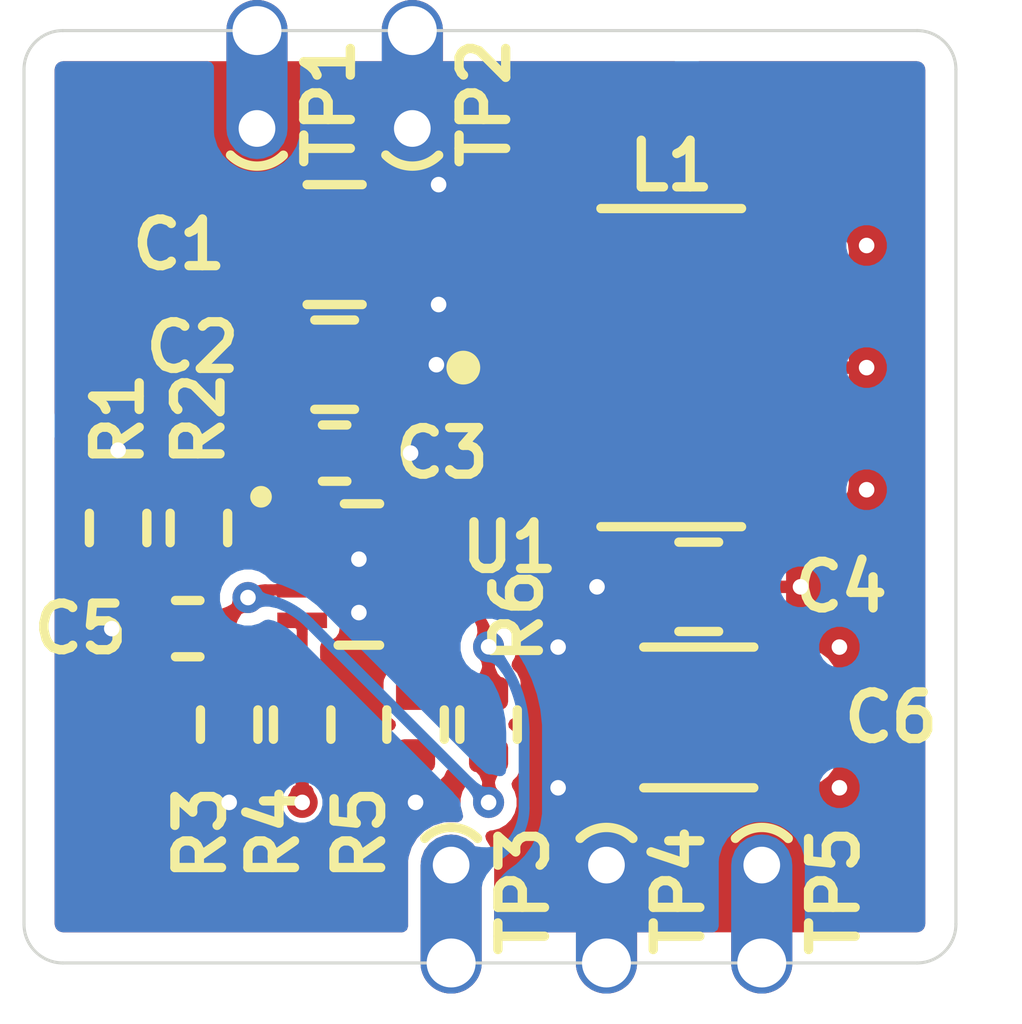
<source format=kicad_pcb>
(kicad_pcb (version 20241229) (generator "pcbnew") (generator_version "9.0")
  (layers (0 "F.Cu" signal) (4 "In1.Cu" power) (6 "In2.Cu" power) (2 "B.Cu" signal) (13 "F.Paste" user) (15 "B.Paste" user) (5 "F.SilkS" user "F.Silkscreen") (7 "B.SilkS" user "B.Silkscreen") (1 "F.Mask" user) (3 "B.Mask" user) (25 "Edge.Cuts" user))
  (net 0 "")
  (net 1 "/LX")
  (net 2 "GND")
  (net 3 "Net-(U1-RT{slash}SYNC)")
  (net 4 "/FB")
  (net 5 "/VOUT")
  (net 6 "/VCC")
  (net 7 "/~{RESET}")
  (net 8 "/VIN")
  (net 9 "/EN")
  (footprint "resistor_footprints:R_0402_1005Metric" (layer "F.Cu") (at 149.40534 104.05364 90)
    (property "Reference" "R6" (at 0.93 0.47 90) (layer "F.SilkS") (effects (font (size 0.762 0.762) (thickness 0.1524)) (justify left)))
    (property "Value" "1 kΩ")
    (fp_line (start 0.24 -0.47) (end -0.24 -0.47) (stroke (width 0.1524)) (layer "F.SilkS"))
    (fp_line (start 0.24 0.47) (end -0.24 0.47) (stroke (width 0.1524)) (layer "F.SilkS"))
    (pad "1" smd roundrect (at -0.51 0 90) (size 0.54 0.64) (layers "F.Cu" "F.Mask" "F.Paste") (net 6 "/VCC"))
    (pad "2" smd roundrect (at 0.51 0 90) (size 0.54 0.64) (layers "F.Cu" "F.Mask" "F.Paste") (net 7 "/~{RESET}"))
  )
  (footprint "capacitor_footprints:C_0603_1608Metric" (layer "F.Cu") (at 146.88814 98.171)
    (property "Reference" "C2" (at -1.48 -0.73 0) (layer "F.SilkS") (effects (font (size 0.762 0.762) (thickness 0.1524)) (justify right top)))
    (property "Value" "100 nF")
    (fp_line (start 0.325 -0.73) (end -0.325 -0.73) (stroke (width 0.1524)) (layer "F.SilkS"))
    (fp_line (start 0.325 0.73) (end -0.325 0.73) (stroke (width 0.1524)) (layer "F.SilkS"))
    (pad "1" smd roundrect (at -0.775 0) (size 0.9 0.95) (layers "F.Cu" "F.Mask" "F.Paste") (net 8 "/VIN"))
    (pad "2" smd roundrect (at 0.775 0) (size 0.9 0.95) (layers "F.Cu" "F.Mask" "F.Paste") (net 2 "GND"))
  )
  (footprint "resistor_footprints:R_0402_1005Metric" (layer "F.Cu") (at 146.35734 104.05364 90)
    (property "Reference" "R4" (at -0.93 -0.47 90) (layer "F.SilkS") (effects (font (size 0.762 0.762) (thickness 0.1524)) (justify right)))
    (property "Value" "499 kΩ")
    (fp_line (start 0.24 -0.47) (end -0.24 -0.47) (stroke (width 0.1524)) (layer "F.SilkS"))
    (fp_line (start 0.24 0.47) (end -0.24 0.47) (stroke (width 0.1524)) (layer "F.SilkS"))
    (pad "1" smd roundrect (at -0.51 0 90) (size 0.54 0.64) (layers "F.Cu" "F.Mask" "F.Paste") (net 5 "/VOUT"))
    (pad "2" smd roundrect (at 0.51 0 90) (size 0.54 0.64) (layers "F.Cu" "F.Mask" "F.Paste") (net 4 "/FB"))
  )
  (footprint "test_point_footprints:TestPoint_THTPad_Castelated" (layer "F.Cu") (at 145.6182 92.71 -90)
    (property "Reference" "TP1" (at 1.1811 -0.7366 90) (layer "F.SilkS") (effects (font (size 0.762 0.762) (thickness 0.1524)) (justify top)))
    (property "Value" "TestPoint" (hide yes))
    (fp_arc (start 2.036734 -0.431051) (mid 2.215279 0.001265) (end 2.034942 0.432836) (stroke (width 0.1524)) (layer "F.SilkS"))
    (pad "1" thru_hole circle (at 0 0 270) (size 1 1) (drill 0.8) (property pad_prop_castellated) (layers "*.Cu" "*.Mask") (net 8 "/VIN"))
    (pad "1" thru_hole roundrect (at 1.6 0 270) (size 2.6 1) (drill 0.6 (offset -0.8 0)) (layers "*.Cu" "*.Mask") (roundrect_rratio 0.5) (net 8 "/VIN"))
  )
  (footprint "inductor_footprints:74404054" (layer "F.Cu") (at 152.3927 98.218999)
    (property "Reference" "L1" (at 0 -2.854 0) (layer "F.SilkS") (effects (font (size 0.762 0.762) (thickness 0.1524)) (justify bottom)))
    (property "Value" "100.0 µH")
    (fp_line (start 1.15 -2.6) (end -1.15 -2.6) (stroke (width 0.1524)) (layer "F.SilkS"))
    (fp_line (start 1.15 2.6) (end -1.15 2.6) (stroke (width 0.1524)) (layer "F.SilkS"))
    (fp_circle (center -3.4 0) (end -3.6 0) (stroke (width 0.1524)) (fill yes) (layer "F.SilkS"))
    (pad "1" smd roundrect (at -1.925 0) (size 1.55 4.5) (layers "F.Cu" "F.Mask" "F.Paste") (net 1 "/LX"))
    (pad "2" smd roundrect (at 1.925 0) (size 1.55 4.5) (layers "F.Cu" "F.Mask" "F.Paste") (net 5 "/VOUT"))
  )
  (footprint "capacitor_footprints:C_0805_2012Metric" (layer "F.Cu") (at 146.8882 96.20758)
    (property "Reference" "C1" (at -1.7 0 0) (layer "F.SilkS") (effects (font (size 0.762 0.762) (thickness 0.1524)) (justify right)))
    (property "Value" "1 µF")
    (fp_line (start 0.45 -0.98) (end -0.45 -0.98) (stroke (width 0.1524)) (layer "F.SilkS"))
    (fp_line (start 0.45 0.98) (end -0.45 0.98) (stroke (width 0.1524)) (layer "F.SilkS"))
    (pad "1" smd roundrect (at -0.95 0) (size 1 1.45) (layers "F.Cu" "F.Mask" "F.Paste") (net 8 "/VIN"))
    (pad "2" smd roundrect (at 0.95 0) (size 1 1.45) (layers "F.Cu" "F.Mask" "F.Paste") (net 2 "GND"))
  )
  (footprint "resistor_footprints:R_0402_1005Metric" (layer "F.Cu") (at 145.16354 104.05364 -90)
    (property "Reference" "R3" (at 0.93 0.47 90) (layer "F.SilkS") (effects (font (size 0.762 0.762) (thickness 0.1524)) (justify right)))
    (property "Value" "40.2 kΩ")
    (fp_line (start 0.24 0.47) (end -0.24 0.47) (stroke (width 0.1524)) (layer "F.SilkS"))
    (fp_line (start 0.24 -0.47) (end -0.24 -0.47) (stroke (width 0.1524)) (layer "F.SilkS"))
    (pad "1" smd roundrect (at -0.51 0 270) (size 0.54 0.64) (layers "F.Cu" "F.Mask" "F.Paste") (net 4 "/FB"))
    (pad "2" smd roundrect (at 0.51 0 270) (size 0.54 0.64) (layers "F.Cu" "F.Mask" "F.Paste") (net 2 "GND"))
  )
  (footprint "capacitor_footprints:C_0603_1608Metric" (layer "F.Cu") (at 152.8427 101.80192 180)
    (property "Reference" "C4" (at -1.48 0 0) (layer "F.SilkS") (effects (font (size 0.762 0.762) (thickness 0.1524)) (justify left)))
    (property "Value" "100 nF")
    (fp_line (start 0.325 0.73) (end -0.325 0.73) (stroke (width 0.1524)) (layer "F.SilkS"))
    (fp_line (start 0.325 -0.73) (end -0.325 -0.73) (stroke (width 0.1524)) (layer "F.SilkS"))
    (pad "1" smd roundrect (at -0.775 0 180) (size 0.9 0.95) (layers "F.Cu" "F.Mask" "F.Paste") (net 5 "/VOUT"))
    (pad "2" smd roundrect (at 0.775 0 180) (size 0.9 0.95) (layers "F.Cu" "F.Mask" "F.Paste") (net 2 "GND"))
  )
  (footprint "test_point_footprints:TestPoint_THTPad_Castelated" (layer "F.Cu") (at 148.7932 107.95 90)
    (property "Reference" "TP3" (at 1.1811 0.7366 90) (layer "F.SilkS") (effects (font (size 0.762 0.762) (thickness 0.1524)) (justify top)))
    (property "Value" "TestPoint" (hide yes))
    (fp_arc (start 2.036734 -0.431051) (mid 2.215279 0.001265) (end 2.034942 0.432836) (stroke (width 0.1524)) (layer "F.SilkS"))
    (pad "1" thru_hole circle (at 0 0 90) (size 1 1) (drill 0.8) (property pad_prop_castellated) (layers "*.Cu" "*.Mask") (net 7 "/~{RESET}"))
    (pad "1" thru_hole roundrect (at 1.6 0 90) (size 2.6 1) (drill 0.6 (offset -0.8 0)) (layers "*.Cu" "*.Mask") (roundrect_rratio 0.5) (net 7 "/~{RESET}"))
  )
  (footprint "capacitor_footprints:C_1206_3216Metric" (layer "F.Cu") (at 152.8427 103.9368 180)
    (property "Reference" "C6" (at -2.3 0 0) (layer "F.SilkS") (effects (font (size 0.762 0.762) (thickness 0.1524)) (justify left)))
    (property "Value" "10 µF")
    (fp_line (start 0.9 1.15) (end -0.9 1.15) (stroke (width 0.1524)) (layer "F.SilkS"))
    (fp_line (start 0.9 -1.15) (end -0.9 -1.15) (stroke (width 0.1524)) (layer "F.SilkS"))
    (pad "1" smd roundrect (at -1.475 0 180) (size 1.15 1.8) (layers "F.Cu" "F.Mask" "F.Paste") (net 5 "/VOUT"))
    (pad "2" smd roundrect (at 1.475 0 180) (size 1.15 1.8) (layers "F.Cu" "F.Mask" "F.Paste") (net 2 "GND"))
  )
  (footprint "analog_devices_footprints:21-100514_T822C&plus_6C_ADI" (layer "F.Cu") (at 147.28444 101.6)
    (property "Reference" "U1" (at 1.6002 -0.889 0) (layer "F.SilkS") (effects (font (size 0.762 0.762) (thickness 0.1524) (bold yes)) (justify left top)))
    (property "Value" "MAX17570FATA+")
    (fp_line (start -0.338923 1.1557) (end 0.338923 1.1557) (stroke (width 0.1524)) (layer "F.SilkS"))
    (fp_line (start 0.338923 -1.1557) (end -0.237323 -1.1557) (stroke (width 0.1524)) (layer "F.SilkS"))
    (fp_circle (center -1.6002 -1.27) (end -1.4732 -1.27) (stroke (width 0.1)) (fill yes) (layer "F.SilkS"))
    (pad "1" smd rect (at -0.8763 -0.750001) (size 0.9144 0.254) (layers "F.Cu" "F.Mask" "F.Paste") (net 8 "/VIN"))
    (pad "2" smd rect (at -0.9271 -0.25) (size 0.8128 0.254) (layers "F.Cu" "F.Mask" "F.Paste") (net 9 "/EN"))
    (pad "3" smd rect (at -0.9271 0.25) (size 0.8128 0.254) (layers "F.Cu" "F.Mask" "F.Paste") (net 6 "/VCC"))
    (pad "4" smd rect (at -0.9271 0.750001) (size 0.8128 0.254) (layers "F.Cu" "F.Mask" "F.Paste") (net 4 "/FB"))
    (pad "5" smd rect (at 0.9271 0.750001) (size 0.8128 0.254) (layers "F.Cu" "F.Mask" "F.Paste") (net 3 "Net-(U1-RT{slash}SYNC)"))
    (pad "6" smd rect (at 0.9271 0.25) (size 0.8128 0.254) (layers "F.Cu" "F.Mask" "F.Paste") (net 7 "/~{RESET}"))
    (pad "7" smd rect (at 0.9271 -0.25) (size 0.8128 0.254) (layers "F.Cu" "F.Mask" "F.Paste") (net 2 "GND"))
    (pad "8" smd rect (at 0.9271 -0.750001) (size 0.8128 0.254) (layers "F.Cu" "F.Mask" "F.Paste") (net 1 "/LX"))
  )
  (footprint "resistor_footprints:R_0402_1005Metric" (layer "F.Cu") (at 144.66882 100.84 -90)
    (property "Reference" "R2" (at -0.93 0 90) (layer "F.SilkS") (effects (font (size 0.762 0.762) (thickness 0.1524)) (justify left)))
    (property "Value" "3.32 MΩ")
    (fp_line (start 0.24 0.47) (end -0.24 0.47) (stroke (width 0.1524)) (layer "F.SilkS"))
    (fp_line (start 0.24 -0.47) (end -0.24 -0.47) (stroke (width 0.1524)) (layer "F.SilkS"))
    (pad "1" smd roundrect (at -0.51 0 270) (size 0.54 0.64) (layers "F.Cu" "F.Mask" "F.Paste") (net 8 "/VIN"))
    (pad "2" smd roundrect (at 0.51 0 270) (size 0.54 0.64) (layers "F.Cu" "F.Mask" "F.Paste") (net 9 "/EN"))
  )
  (footprint "test_point_footprints:TestPoint_THTPad_Castelated" (layer "F.Cu") (at 153.8732 107.95 90)
    (property "Reference" "TP5" (at 1.1811 0.7366 90) (layer "F.SilkS") (effects (font (size 0.762 0.762) (thickness 0.1524)) (justify top)))
    (property "Value" "TestPoint" (hide yes))
    (fp_arc (start 2.036734 -0.431051) (mid 2.215279 0.001265) (end 2.034942 0.432836) (stroke (width 0.1524)) (layer "F.SilkS"))
    (pad "1" thru_hole circle (at 0 0 90) (size 1 1) (drill 0.8) (property pad_prop_castellated) (layers "*.Cu" "*.Mask") (net 5 "/VOUT"))
    (pad "1" thru_hole roundrect (at 1.6 0 90) (size 2.6 1) (drill 0.6 (offset -0.8 0)) (layers "*.Cu" "*.Mask") (roundrect_rratio 0.5) (net 5 "/VOUT"))
  )
  (footprint "capacitor_footprints:C_0402_1005Metric" (layer "F.Cu") (at 144.48536 102.485 180)
    (property "Reference" "C5" (at 0.91 0 0) (layer "F.SilkS") (effects (font (size 0.762 0.762) (thickness 0.1524)) (justify right)))
    (property "Value" "1 µF")
    (fp_line (start 0.2 0.46) (end -0.2 0.46) (stroke (width 0.1524)) (layer "F.SilkS"))
    (fp_line (start 0.2 -0.46) (end -0.2 -0.46) (stroke (width 0.1524)) (layer "F.SilkS"))
    (pad "1" smd roundrect (at -0.48 0 180) (size 0.56 0.62) (layers "F.Cu" "F.Mask" "F.Paste") (net 6 "/VCC"))
    (pad "2" smd roundrect (at 0.48 0 180) (size 0.56 0.62) (layers "F.Cu" "F.Mask" "F.Paste") (net 2 "GND"))
  )
  (footprint "test_point_footprints:TestPoint_THTPad_Castelated" (layer "F.Cu") (at 148.1582 92.71 -90)
    (property "Reference" "TP2" (at 1.1811 -0.7366 90) (layer "F.SilkS") (effects (font (size 0.762 0.762) (thickness 0.1524)) (justify top)))
    (property "Value" "TestPoint" (hide yes))
    (fp_arc (start 2.036734 -0.431051) (mid 2.215279 0.001265) (end 2.034942 0.432836) (stroke (width 0.1524)) (layer "F.SilkS"))
    (pad "1" thru_hole circle (at 0 0 270) (size 1 1) (drill 0.8) (property pad_prop_castellated) (layers "*.Cu" "*.Mask") (net 2 "GND"))
    (pad "1" thru_hole roundrect (at 1.6 0 270) (size 2.6 1) (drill 0.6 (offset -0.8 0)) (layers "*.Cu" "*.Mask") (roundrect_rratio 0.5) (net 2 "GND"))
  )
  (footprint "capacitor_footprints:C_0402_1005Metric" (layer "F.Cu") (at 146.88814 99.61626)
    (property "Reference" "C3" (at 0.91 0 0) (layer "F.SilkS") (effects (font (size 0.762 0.762) (thickness 0.1524)) (justify left)))
    (property "Value" "220 pF")
    (fp_line (start 0.2 -0.46) (end -0.2 -0.46) (stroke (width 0.1524)) (layer "F.SilkS"))
    (fp_line (start 0.2 0.46) (end -0.2 0.46) (stroke (width 0.1524)) (layer "F.SilkS"))
    (pad "1" smd roundrect (at -0.48 0) (size 0.56 0.62) (layers "F.Cu" "F.Mask" "F.Paste") (net 8 "/VIN"))
    (pad "2" smd roundrect (at 0.48 0) (size 0.56 0.62) (layers "F.Cu" "F.Mask" "F.Paste") (net 2 "GND"))
  )
  (footprint "test_point_footprints:TestPoint_THTPad_Castelated" (layer "F.Cu") (at 151.3332 107.95 90)
    (property "Reference" "TP4" (at 1.1811 0.7366 90) (layer "F.SilkS") (effects (font (size 0.762 0.762) (thickness 0.1524)) (justify top)))
    (property "Value" "TestPoint" (hide yes))
    (fp_arc (start 2.036734 -0.431051) (mid 2.215279 0.001265) (end 2.034942 0.432836) (stroke (width 0.1524)) (layer "F.SilkS"))
    (pad "1" thru_hole circle (at 0 0 90) (size 1 1) (drill 0.8) (property pad_prop_castellated) (layers "*.Cu" "*.Mask") (net 2 "GND"))
    (pad "1" thru_hole roundrect (at 1.6 0 90) (size 2.6 1) (drill 0.6 (offset -0.8 0)) (layers "*.Cu" "*.Mask") (roundrect_rratio 0.5) (net 2 "GND"))
  )
  (footprint "resistor_footprints:R_0402_1005Metric" (layer "F.Cu") (at 148.21154 104.05364 -90)
    (property "Reference" "R5" (at 0.93 0.47 90) (layer "F.SilkS") (effects (font (size 0.762 0.762) (thickness 0.1524)) (justify right bottom)))
    (property "Value" "9.76 kΩ")
    (fp_line (start 0.24 0.47) (end -0.24 0.47) (stroke (width 0.1524)) (layer "F.SilkS"))
    (fp_line (start 0.24 -0.47) (end -0.24 -0.47) (stroke (width 0.1524)) (layer "F.SilkS"))
    (pad "1" smd roundrect (at -0.51 0 270) (size 0.54 0.64) (layers "F.Cu" "F.Mask" "F.Paste") (net 3 "Net-(U1-RT{slash}SYNC)"))
    (pad "2" smd roundrect (at 0.51 0 270) (size 0.54 0.64) (layers "F.Cu" "F.Mask" "F.Paste") (net 2 "GND"))
  )
  (footprint "resistor_footprints:R_0402_1005Metric" (layer "F.Cu") (at 143.34744 100.84 90)
    (property "Reference" "R1" (at 0.93 0 90) (layer "F.SilkS") (effects (font (size 0.762 0.762) (thickness 0.1524)) (justify left)))
    (property "Value" "294 kΩ")
    (fp_line (start 0.24 -0.47) (end -0.24 -0.47) (stroke (width 0.1524)) (layer "F.SilkS"))
    (fp_line (start 0.24 0.47) (end -0.24 0.47) (stroke (width 0.1524)) (layer "F.SilkS"))
    (pad "1" smd roundrect (at -0.51 0 90) (size 0.54 0.64) (layers "F.Cu" "F.Mask" "F.Paste") (net 9 "/EN"))
    (pad "2" smd roundrect (at 0.51 0 90) (size 0.54 0.64) (layers "F.Cu" "F.Mask" "F.Paste") (net 2 "GND"))
  )
  (gr_line (start 157.0482 93.345) (end 157.0482 107.315) (stroke (width 0.05)) (layer "Edge.Cuts"))
  (gr_line (start 141.8082 107.315) (end 141.8082 93.345) (stroke (width 0.05)) (layer "Edge.Cuts"))
  (gr_line (start 142.4432 92.71) (end 156.4132 92.71) (stroke (width 0.05)) (layer "Edge.Cuts"))
  (gr_arc (start 157.0482 107.315) (mid 156.862213 107.764013) (end 156.4132 107.95) (stroke (width 0.05)) (layer "Edge.Cuts"))
  (gr_arc (start 156.4132 92.71) (mid 156.862213 92.895987) (end 157.0482 93.345) (stroke (width 0.05)) (layer "Edge.Cuts"))
  (gr_arc (start 141.8082 93.345) (mid 141.994187 92.895987) (end 142.4432 92.71) (stroke (width 0.05)) (layer "Edge.Cuts"))
  (gr_line (start 156.4132 107.95) (end 142.4432 107.95) (stroke (width 0.05)) (layer "Edge.Cuts"))
  (gr_arc (start 142.4432 107.95) (mid 141.994187 107.764013) (end 141.8082 107.315) (stroke (width 0.05)) (layer "Edge.Cuts"))
  (via (at 151.1787 101.80192) (size 0.508) (drill 0.254) (layers "F.Cu" "B.Cu") (remove_unused_layers yes) (zone_layer_connections "F.Cu" "In2.Cu" "B.Cu") (net 2))
  (via (at 148.5882 97.18758) (size 0.508) (drill 0.254) (layers "F.Cu" "B.Cu") (remove_unused_layers yes) (zone_layer_connections "F.Cu" "In2.Cu" "B.Cu") (net 2))
  (via (at 148.5882 95.22758) (size 0.508) (drill 0.254) (layers "F.Cu" "B.Cu") (remove_unused_layers yes) (zone_layer_connections "F.Cu" "In2.Cu" "B.Cu") (net 2))
  (via (at 145.16354 105.32564) (size 0.508) (drill 0.254) (layers "F.Cu" "B.Cu") (remove_unused_layers yes) (zone_layer_connections "F.Cu" "In2.Cu" "B.Cu") (net 2))
  (via (at 148.13014 99.61626) (size 0.508) (drill 0.254) (layers "F.Cu" "B.Cu") (remove_unused_layers yes) (zone_layer_connections "F.Cu" "In2.Cu" "B.Cu") (net 2))
  (via (at 148.21154 105.32564) (size 0.508) (drill 0.254) (layers "F.Cu" "B.Cu") (remove_unused_layers yes) (zone_layer_connections "F.Cu" "In2.Cu" "B.Cu") (net 2))
  (via (at 148.55214 98.171) (size 0.508) (drill 0.254) (layers "F.Cu" "B.Cu") (remove_unused_layers yes) (zone_layer_connections "F.Cu" "In2.Cu" "B.Cu") (net 2))
  (via (at 143.34744 99.568) (size 0.508) (drill 0.254) (layers "F.Cu" "B.Cu") (remove_unused_layers yes) (zone_layer_connections "F.Cu" "In2.Cu" "B.Cu") (net 2))
  (via (at 150.5427 102.7868) (size 0.508) (drill 0.254) (layers "F.Cu" "B.Cu") (remove_unused_layers yes) (zone_layer_connections "F.Cu" "In2.Cu" "B.Cu") (net 2))
  (via (at 143.24336 102.485) (size 0.508) (drill 0.254) (layers "F.Cu" "B.Cu") (remove_unused_layers yes) (zone_layer_connections "F.Cu" "In2.Cu" "B.Cu") (net 2))
  (via (at 147.28444 101.35) (size 0.508) (drill 0.254) (layers "F.Cu" "B.Cu") (remove_unused_layers yes) (zone_layer_connections "F.Cu" "In2.Cu" "B.Cu") (net 2))
  (via (at 147.28444 102.223) (size 0.508) (drill 0.254) (layers "F.Cu" "B.Cu") (remove_unused_layers yes) (zone_layer_connections "F.Cu" "In2.Cu" "B.Cu") (net 2))
  (via (at 150.5427 105.0868) (size 0.508) (drill 0.254) (layers "F.Cu" "B.Cu") (remove_unused_layers yes) (zone_layer_connections "F.Cu" "In2.Cu" "B.Cu") (net 2))
  (segment (start 148.21154 103.54364) (end 148.21154 102.350001) (width 0.1778) (layer "F.Cu") (net 3))
  (segment (start 145.16354 103.54364) (end 146.35734 103.54364) (width 0.1778) (layer "F.Cu") (net 4))
  (segment (start 146.35734 103.54364) (end 146.35734 102.350001) (width 0.1778) (layer "F.Cu") (net 4))
  (segment (start 146.35734 104.56364) (end 146.35734 105.32564) (width 0.1778) (layer "F.Cu") (net 5))
  (via (at 146.35734 105.32564) (size 0.508) (drill 0.254) (layers "F.Cu" "B.Cu") (remove_unused_layers yes) (zone_layer_connections "F.Cu" "In1.Cu") (net 5))
  (via (at 155.5877 100.214998) (size 0.508) (drill 0.254) (layers "F.Cu" "B.Cu") (remove_unused_layers yes) (zone_layer_connections "F.Cu" "In1.Cu") (net 5))
  (via (at 155.1427 102.7868) (size 0.508) (drill 0.254) (layers "F.Cu" "B.Cu") (remove_unused_layers yes) (zone_layer_connections "F.Cu" "In1.Cu") (net 5))
  (via (at 155.5877 96.222999) (size 0.508) (drill 0.254) (layers "F.Cu" "B.Cu") (remove_unused_layers yes) (zone_layer_connections "F.Cu" "In1.Cu") (net 5))
  (via (at 154.5067 101.80192) (size 0.508) (drill 0.254) (layers "F.Cu" "B.Cu") (remove_unused_layers yes) (zone_layer_connections "F.Cu" "In1.Cu") (net 5))
  (via (at 155.1427 105.0868) (size 0.508) (drill 0.254) (layers "F.Cu" "B.Cu") (remove_unused_layers yes) (zone_layer_connections "F.Cu" "In1.Cu") (net 5))
  (via (at 155.5877 98.218999) (size 0.508) (drill 0.254) (layers "F.Cu" "B.Cu") (remove_unused_layers yes) (zone_layer_connections "F.Cu" "In1.Cu") (net 5))
  (segment (start 149.40534 104.56364) (end 149.40534 105.32564) (width 0.1778) (layer "F.Cu") (net 6))
  (segment (start 146.35734 101.85) (end 145.755568 101.85) (width 0.1778) (layer "F.Cu") (net 6))
  (segment (start 144.96536 102.485) (end 144.96536 102.48246) (width 0.1778) (layer "F.Cu") (net 6))
  (segment (start 145.486227 101.961593) (end 145.47082 101.977) (width 0.1778) (layer "F.Cu") (net 6))
  (segment (start 144.96536 102.48246) (end 145.47082 101.977) (width 0.1778) (layer "F.Cu") (net 6))
  (via (at 149.40534 105.32564) (size 0.508) (drill 0.254) (layers "F.Cu" "B.Cu") (remove_unused_layers yes) (zone_layer_connections "F.Cu" "B.Cu") (net 6))
  (via (at 145.47082 101.977) (size 0.508) (drill 0.254) (layers "F.Cu" "B.Cu") (remove_unused_layers yes) (zone_layer_connections "F.Cu" "B.Cu") (net 6))
  (arc (start 145.755568 101.85) (mid 145.609826 101.87899) (end 145.486227 101.961593) (width 0.1778) (layer "F.Cu") (net 6))
  (segment (start 149.40534 105.32564) (end 146.470955 102.391255) (width 0.1778) (layer "B.Cu") (net 6))
  (arc (start 146.470955 102.391255) (mid 146.012105 102.084662) (end 145.47082 101.977) (width 0.1778) (layer "B.Cu") (net 6))
  (segment (start 148.907333 101.961593) (end 149.17766 102.23192) (width 0.1778) (layer "F.Cu") (net 7))
  (segment (start 148.21154 101.85) (end 148.637925 101.85) (width 0.1778) (layer "F.Cu") (net 7))
  (segment (start 149.40534 103.54364) (end 149.40534 102.78164) (width 0.1778) (layer "F.Cu") (net 7))
  (via (at 149.40534 102.78164) (size 0.508) (drill 0.254) (layers "F.Cu" "B.Cu") (remove_unused_layers yes) (zone_layer_connections "F.Cu" "B.Cu") (net 7))
  (arc (start 148.907333 101.961593) (mid 148.783728 101.879002) (end 148.637925 101.85) (width 0.1778) (layer "F.Cu") (net 7))
  (arc (start 149.17766 102.23192) (mid 149.346168 102.48411) (end 149.40534 102.78164) (width 0.1778) (layer "F.Cu") (net 7))
  (segment (start 149.011235 106.35) (end 148.7932 106.35) (width 0.1778) (layer "B.Cu") (net 7))
  (segment (start 149.987 104.185776) (end 149.987 105.417266) (width 0.1778) (layer "B.Cu") (net 7))
  (arc (start 149.722698 106.055302) (mid 149.396276 106.27341) (end 149.011235 106.35) (width 0.1778) (layer "B.Cu") (net 7))
  (arc (start 149.987 104.185776) (mid 149.835852 103.425906) (end 149.40534 102.78164) (width 0.1778) (layer "B.Cu") (net 7))
  (arc (start 149.987 105.417266) (mid 149.918319 105.76255) (end 149.722698 106.055302) (width 0.1778) (layer "B.Cu") (net 7))
  (segment (start 143.34744 101.35) (end 144.66882 101.35) (width 0.1778) (layer "F.Cu") (net 9))
  (segment (start 146.35734 101.35) (end 144.66882 101.35) (width 0.1778) (layer "F.Cu") (net 9))
  (zone (net 5) (net_name "/VOUT") (layer "F.Cu") (priority 2) (connect_pads (clearance 0.2032)) (min_thickness 0.2032) (fill yes (thermal_gap 0.2032) (thermal_bridge_width 0.2032) (smoothing fillet) (radius 0.508))
    (polygon (pts (xy 152.7556 92.71) (xy 152.7556 107.95) (xy 157.0482 107.95) (xy 157.0482 92.71)))
  )
  (zone (net 8) (net_name "/VIN") (layer "F.Cu") (priority 3) (connect_pads (clearance 0.2032)) (min_thickness 0.2032) (fill yes (thermal_gap 0.2032) (thermal_bridge_width 0.2032) (smoothing fillet) (radius 0.508))
    (polygon (pts (xy 141.8082 92.71) (xy 141.8082 99.06) (xy 143.49984 99.06) (xy 144.26184 99.822) (xy 144.26184 100.9904) (xy 146.87804 100.9904) (xy 146.87804 100.711) (xy 146.57324 100.4062) (xy 146.57324 92.71)))
  )
  (zone (net 1) (net_name "/LX") (layer "F.Cu") (priority 1) (connect_pads (clearance 0.2032)) (min_thickness 0.2032) (fill yes (thermal_gap 0.2032) (thermal_bridge_width 0.2032) (smoothing fillet) (radius 0.508))
    (polygon (pts (xy 147.79244 100.9904) (xy 151.14524 100.9904) (xy 151.65324 100.4824) (xy 151.65324 95.5548) (xy 149.26564 95.5548) (xy 149.26564 99.2632) (xy 147.79244 100.7364)))
  )
  (zone (net 2) (net_name "GND") (layers "F.Cu" "B.Cu" "In2.Cu") (connect_pads (clearance 0.2032)) (min_thickness 0.2032) (fill yes (thermal_gap 0.2032) (thermal_bridge_width 0.2032) (smoothing fillet) (radius 0.508))
    (polygon (pts (xy 141.8082 92.71) (xy 141.8082 107.95) (xy 157.0482 107.95) (xy 157.0482 92.71)))
  )
  (zone (net 5) (net_name "/VOUT") (layers "F.Cu" "In1.Cu") (connect_pads (clearance 0.2032)) (min_thickness 0.2032) (fill yes (thermal_gap 0.2032) (thermal_bridge_width 0.2032) (smoothing fillet) (radius 0.508))
    (polygon (pts (xy 141.8082 92.71) (xy 141.8082 107.95) (xy 157.0482 107.95) (xy 157.0482 92.71)))
  )
)
</source>
